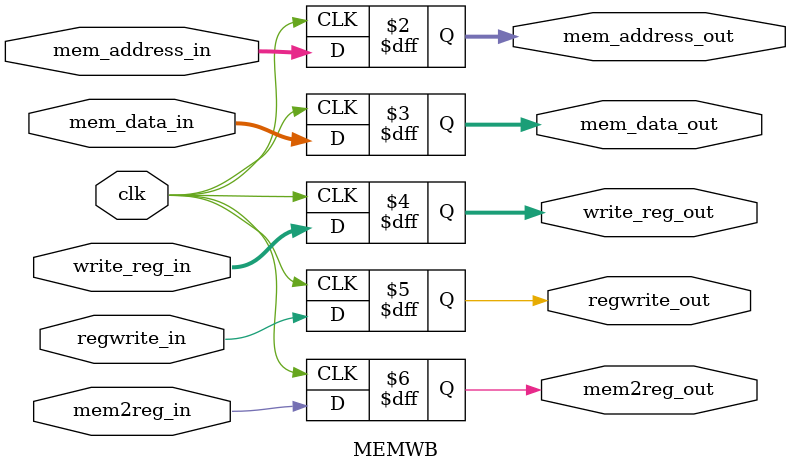
<source format=v>
module MEMWB(
    input clk,
    input [31:0] mem_address_in,
    input [31:0] mem_data_in,
    input [4:0] write_reg_in,
    input regwrite_in,
    input mem2reg_in,
    output reg [31:0] mem_address_out,
    output reg [31:0] mem_data_out,
    output reg [4:0] write_reg_out,
    output reg regwrite_out,
    output reg mem2reg_out
);
    always @(negedge clk) begin
        regwrite_out <= regwrite_in;
        mem2reg_out <= mem2reg_in;
        mem_address_out <= mem_address_in;
        mem_data_out <= mem_data_in;
        write_reg_out <= write_reg_in;
    end
endmodule
</source>
